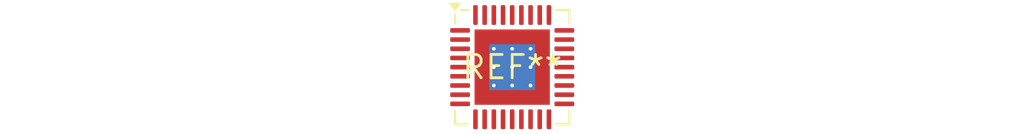
<source format=kicad_pcb>
(kicad_pcb (version 20240108) (generator pcbnew)
  (layers (0 "F.Cu" signal) (31 "B.Cu" signal) (34 "B.Paste" user) (35 "F.Paste" user) (36 "B.SilkS" user "B.Silkscreen") (37 "F.SilkS" user "F.Silkscreen") (38 "B.Mask" user) (39 "F.Mask" user) (44 "Edge.Cuts" user))
  (net 0 "")
  (footprint "QFN-36-1EP_6x6mm_P0.5mm_EP4.1x4.1mm_ThermalVias" (layer "F.Cu") (at 0 0)
    (property "Reference" "REF**")
    (property "Value" "QFN-36-1EP_6x6mm_P0.5mm_EP4.1x4.1mm_ThermalVias")
    (fp_line (start -3.11 -2.385) (end -3.11 -2.87) (layer "F.SilkS") (stroke (width 0.12)))
    (fp_line (start -3.11 3.11) (end -3.11 2.385) (layer "F.SilkS") (stroke (width 0.12)))
    (fp_line (start -2.385 -3.11) (end -2.81 -3.11) (layer "F.SilkS") (stroke (width 0.12)))
    (fp_line (start -2.385 3.11) (end -3.11 3.11) (layer "F.SilkS") (stroke (width 0.12)))
    (fp_line (start 2.385 -3.11) (end 3.11 -3.11) (layer "F.SilkS") (stroke (width 0.12)))
    (fp_line (start 2.385 3.11) (end 3.11 3.11) (layer "F.SilkS") (stroke (width 0.12)))
    (fp_line (start 3.11 -3.11) (end 3.11 -2.385) (layer "F.SilkS") (stroke (width 0.12)))
    (fp_line (start 3.11 3.11) (end 3.11 2.385) (layer "F.SilkS") (stroke (width 0.12)))
    (fp_poly (pts (xy -3.11 -3.11) (xy -3.35 -3.44) (xy -2.87 -3.44) (xy -3.11 -3.11)) (layer "F.SilkS") (stroke (width 0.12)) (fill solid))
    (pad "1" smd roundrect (at -2.8375 -2) (size 1.075 0.25) (layers "F.Cu" "F.Paste" "F.Mask"))
    (pad "2" smd roundrect (at -2.8375 -1.5) (size 1.075 0.25) (layers "F.Cu" "F.Paste" "F.Mask"))
    (pad "3" smd roundrect (at -2.8375 -1) (size 1.075 0.25) (layers "F.Cu" "F.Paste" "F.Mask"))
    (pad "4" smd roundrect (at -2.8375 -0.5) (size 1.075 0.25) (layers "F.Cu" "F.Paste" "F.Mask"))
    (pad "5" smd roundrect (at -2.8375 0) (size 1.075 0.25) (layers "F.Cu" "F.Paste" "F.Mask"))
    (pad "6" smd roundrect (at -2.8375 0.5) (size 1.075 0.25) (layers "F.Cu" "F.Paste" "F.Mask"))
    (pad "7" smd roundrect (at -2.8375 1) (size 1.075 0.25) (layers "F.Cu" "F.Paste" "F.Mask"))
    (pad "8" smd roundrect (at -2.8375 1.5) (size 1.075 0.25) (layers "F.Cu" "F.Paste" "F.Mask"))
    (pad "9" smd roundrect (at -2.8375 2) (size 1.075 0.25) (layers "F.Cu" "F.Paste" "F.Mask"))
    (pad "10" smd roundrect (at -2 2.8375) (size 0.25 1.075) (layers "F.Cu" "F.Paste" "F.Mask"))
    (pad "11" smd roundrect (at -1.5 2.8375) (size 0.25 1.075) (layers "F.Cu" "F.Paste" "F.Mask"))
    (pad "12" smd roundrect (at -1 2.8375) (size 0.25 1.075) (layers "F.Cu" "F.Paste" "F.Mask"))
    (pad "13" smd roundrect (at -0.5 2.8375) (size 0.25 1.075) (layers "F.Cu" "F.Paste" "F.Mask"))
    (pad "14" smd roundrect (at 0 2.8375) (size 0.25 1.075) (layers "F.Cu" "F.Paste" "F.Mask"))
    (pad "15" smd roundrect (at 0.5 2.8375) (size 0.25 1.075) (layers "F.Cu" "F.Paste" "F.Mask"))
    (pad "16" smd roundrect (at 1 2.8375) (size 0.25 1.075) (layers "F.Cu" "F.Paste" "F.Mask"))
    (pad "17" smd roundrect (at 1.5 2.8375) (size 0.25 1.075) (layers "F.Cu" "F.Paste" "F.Mask"))
    (pad "18" smd roundrect (at 2 2.8375) (size 0.25 1.075) (layers "F.Cu" "F.Paste" "F.Mask"))
    (pad "19" smd roundrect (at 2.8375 2) (size 1.075 0.25) (layers "F.Cu" "F.Paste" "F.Mask"))
    (pad "20" smd roundrect (at 2.8375 1.5) (size 1.075 0.25) (layers "F.Cu" "F.Paste" "F.Mask"))
    (pad "21" smd roundrect (at 2.8375 1) (size 1.075 0.25) (layers "F.Cu" "F.Paste" "F.Mask"))
    (pad "22" smd roundrect (at 2.8375 0.5) (size 1.075 0.25) (layers "F.Cu" "F.Paste" "F.Mask"))
    (pad "23" smd roundrect (at 2.8375 0) (size 1.075 0.25) (layers "F.Cu" "F.Paste" "F.Mask"))
    (pad "24" smd roundrect (at 2.8375 -0.5) (size 1.075 0.25) (layers "F.Cu" "F.Paste" "F.Mask"))
    (pad "25" smd roundrect (at 2.8375 -1) (size 1.075 0.25) (layers "F.Cu" "F.Paste" "F.Mask"))
    (pad "26" smd roundrect (at 2.8375 -1.5) (size 1.075 0.25) (layers "F.Cu" "F.Paste" "F.Mask"))
    (pad "27" smd roundrect (at 2.8375 -2) (size 1.075 0.25) (layers "F.Cu" "F.Paste" "F.Mask"))
    (pad "28" smd roundrect (at 2 -2.8375) (size 0.25 1.075) (layers "F.Cu" "F.Paste" "F.Mask"))
    (pad "29" smd roundrect (at 1.5 -2.8375) (size 0.25 1.075) (layers "F.Cu" "F.Paste" "F.Mask"))
    (pad "30" smd roundrect (at 1 -2.8375) (size 0.25 1.075) (layers "F.Cu" "F.Paste" "F.Mask"))
    (pad "31" smd roundrect (at 0.5 -2.8375) (size 0.25 1.075) (layers "F.Cu" "F.Paste" "F.Mask"))
    (pad "32" smd roundrect (at 0 -2.8375) (size 0.25 1.075) (layers "F.Cu" "F.Paste" "F.Mask"))
    (pad "33" smd roundrect (at -0.5 -2.8375) (size 0.25 1.075) (layers "F.Cu" "F.Paste" "F.Mask"))
    (pad "34" smd roundrect (at -1 -2.8375) (size 0.25 1.075) (layers "F.Cu" "F.Paste" "F.Mask"))
    (pad "35" smd roundrect (at -1.5 -2.8375) (size 0.25 1.075) (layers "F.Cu" "F.Paste" "F.Mask"))
    (pad "36" smd roundrect (at -2 -2.8375) (size 0.25 1.075) (layers "F.Cu" "F.Paste" "F.Mask"))
    (pad "37" thru_hole circle (at -1 -1) (size 0.5 0.5) (drill 0.2) (property pad_prop_heatsink) (layers *.Cu) (remove_unused_layers))
    (pad "37" thru_hole circle (at -1 0) (size 0.5 0.5) (drill 0.2) (property pad_prop_heatsink) (layers *.Cu) (remove_unused_layers))
    (pad "37" thru_hole circle (at -1 1) (size 0.5 0.5) (drill 0.2) (property pad_prop_heatsink) (layers *.Cu) (remove_unused_layers))
    (pad "37" thru_hole circle (at 0 -1) (size 0.5 0.5) (drill 0.2) (property pad_prop_heatsink) (layers *.Cu) (remove_unused_layers))
    (pad "37" thru_hole circle (at 0 0) (size 0.5 0.5) (drill 0.2) (property pad_prop_heatsink) (layers *.Cu) (remove_unused_layers))
    (pad "37" smd rect (at 0 0) (size 2.5 2.5) (property pad_prop_heatsink) (layers "B.Cu"))
    (pad "37" smd rect (at 0 0) (size 4.1 4.1) (property pad_prop_heatsink) (layers "F.Cu" "F.Mask"))
    (pad "37" thru_hole circle (at 0 1) (size 0.5 0.5) (drill 0.2) (property pad_prop_heatsink) (layers *.Cu) (remove_unused_layers))
    (pad "37" thru_hole circle (at 1 -1) (size 0.5 0.5) (drill 0.2) (property pad_prop_heatsink) (layers *.Cu) (remove_unused_layers))
    (pad "37" thru_hole circle (at 1 0) (size 0.5 0.5) (drill 0.2) (property pad_prop_heatsink) (layers *.Cu) (remove_unused_layers))
    (pad "37" thru_hole circle (at 1 1) (size 0.5 0.5) (drill 0.2) (property pad_prop_heatsink) (layers *.Cu) (remove_unused_layers))
  )
)
</source>
